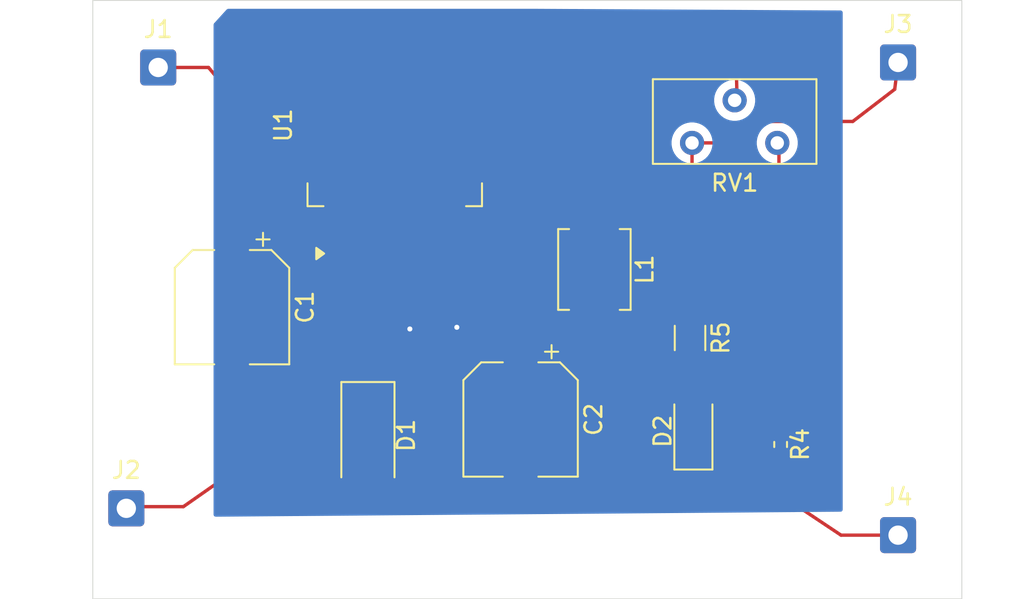
<source format=kicad_pcb>
(kicad_pcb (version 20241229) (generator "pcbnew") (generator_version "9.0")
  (layers (0 "F.Cu" signal) (2 "B.Cu" signal) (13 "F.Paste" user) (15 "B.Paste" user) (5 "F.SilkS" user "F.Silkscreen") (7 "B.SilkS" user "B.Silkscreen") (1 "F.Mask" user) (3 "B.Mask" user) (25 "Edge.Cuts" user))
  (net 0 "")
  (net 1 "GND")
  (net 2 "Vout")
  (net 3 "Net-(D1-K)")
  (net 4 "Net-(D2-A)")
  (net 5 "Net-(R4-Pad1)")
  (net 6 "Net-(U1-FB)")
  (net 7 "Net-(J1-Pin_1)")
  (footprint "Resistor_SMD:R_0402_1005Metric" (layer "F.Cu") (at 123.5 91.09 -90)
    (property "Reference" "R4" (at 0 -1.17 90) (layer "F.SilkS"))
    (property "Value" "1K21")
    (fp_line (start -0.153641 0.38) (end 0.153641 0.38) (stroke (width 0.12)) (layer "F.SilkS"))
    (fp_line (start -0.153641 -0.38) (end 0.153641 -0.38) (stroke (width 0.12)) (layer "F.SilkS"))
    (pad "1" smd roundrect (at -0.51 0 270) (size 0.54 0.64) (layers "F.Cu" "F.Mask" "F.Paste") (net 5 "Net-(R4-Pad1)"))
    (pad "2" smd roundrect (at 0.51 0 270) (size 0.54 0.64) (layers "F.Cu" "F.Mask" "F.Paste") (net 1 "GND"))
  )
  (footprint "LED_SMD:LED_1206_3216Metric" (layer "F.Cu") (at 118.3 90.3 90)
    (property "Reference" "D2" (at 0 -1.83 90) (layer "F.SilkS"))
    (property "Value" "LED")
    (fp_line (start 1.6 -1.135) (end -2.285 -1.135) (stroke (width 0.12)) (layer "F.SilkS"))
    (fp_line (start -2.285 -1.135) (end -2.285 1.135) (stroke (width 0.12)) (layer "F.SilkS"))
    (fp_line (start -2.285 1.135) (end 1.6 1.135) (stroke (width 0.12)) (layer "F.SilkS"))
    (pad "1" smd roundrect (at -1.4 0 90) (size 1.25 1.75) (layers "F.Cu" "F.Mask" "F.Paste") (roundrect_rratio 0.2) (net 1 "GND"))
    (pad "2" smd roundrect (at 1.4 0 90) (size 1.25 1.75) (layers "F.Cu" "F.Mask" "F.Paste") (roundrect_rratio 0.2) (net 4 "Net-(D2-A)"))
  )
  (footprint "Resistor_SMD:R_1206_3216Metric" (layer "F.Cu") (at 118.1 84.7375 -90)
    (property "Reference" "R5" (at 0 -1.83 90) (layer "F.SilkS"))
    (property "Value" "2K2")
    (fp_line (start -0.727064 0.91) (end 0.727064 0.91) (stroke (width 0.12)) (layer "F.SilkS"))
    (fp_line (start -0.727064 -0.91) (end 0.727064 -0.91) (stroke (width 0.12)) (layer "F.SilkS"))
    (pad "1" smd roundrect (at -1.4625 0 270) (size 1.125 1.75) (layers "F.Cu" "F.Mask" "F.Paste") (roundrect_rratio 0.222222) (net 2 "Vout"))
    (pad "2" smd roundrect (at 1.4625 0 270) (size 1.125 1.75) (layers "F.Cu" "F.Mask" "F.Paste") (roundrect_rratio 0.222222) (net 4 "Net-(D2-A)"))
  )
  (footprint "Potentiometer_THT:Potentiometer_Bourns_3296Y_Vertical" (layer "F.Cu") (at 118.22 73.1 180)
    (property "Reference" "RV1" (at -2.54 -2.39 0) (layer "F.SilkS"))
    (property "Value" "50K")
    (fp_line (start 2.335 3.8) (end -7.415 3.8) (stroke (width 0.12)) (layer "F.SilkS"))
    (fp_line (start 2.335 -1.25) (end 2.335 3.8) (stroke (width 0.12)) (layer "F.SilkS"))
    (fp_line (start -7.415 3.8) (end -7.415 -1.25) (stroke (width 0.12)) (layer "F.SilkS"))
    (fp_line (start -7.415 -1.25) (end 2.335 -1.25) (stroke (width 0.12)) (layer "F.SilkS"))
    (pad "1" thru_hole circle (at 0 0 180) (size 1.44 1.44) (drill 0.8) (layers "*.Cu" "*.Mask") (net 2 "Vout"))
    (pad "2" thru_hole circle (at -2.54 2.54 180) (size 1.44 1.44) (drill 0.8) (layers "*.Cu" "*.Mask") (net 6 "Net-(U1-FB)"))
    (pad "3" thru_hole circle (at -5.08 0 180) (size 1.44 1.44) (drill 0.8) (layers "*.Cu" "*.Mask") (net 5 "Net-(R4-Pad1)"))
  )
  (footprint "Capacitor_SMD:CP_Elec_6.3x5.3" (layer "F.Cu") (at 90.8 82.9 -90)
    (property "Reference" "C1" (at 0 -4.35 90) (layer "F.SilkS"))
    (property "Value" "100u/50V")
    (fp_line (start -2.345563 3.41) (end 3.41 3.41) (stroke (width 0.12)) (layer "F.SilkS"))
    (fp_line (start 3.41 3.41) (end 3.41 1.06) (stroke (width 0.12)) (layer "F.SilkS"))
    (fp_line (start -3.41 2.345563) (end -2.345563 3.41) (stroke (width 0.12)) (layer "F.SilkS"))
    (fp_line (start -3.41 2.345563) (end -3.41 1.06) (stroke (width 0.12)) (layer "F.SilkS"))
    (fp_line (start -4.4375 -1.8475) (end -3.65 -1.8475) (stroke (width 0.12)) (layer "F.SilkS"))
    (fp_line (start -4.04375 -2.24125) (end -4.04375 -1.45375) (stroke (width 0.12)) (layer "F.SilkS"))
    (fp_line (start -3.41 -2.345563) (end -3.41 -1.06) (stroke (width 0.12)) (layer "F.SilkS"))
    (fp_line (start -3.41 -2.345563) (end -2.345563 -3.41) (stroke (width 0.12)) (layer "F.SilkS"))
    (fp_line (start -2.345563 -3.41) (end 3.41 -3.41) (stroke (width 0.12)) (layer "F.SilkS"))
    (fp_line (start 3.41 -3.41) (end 3.41 -1.06) (stroke (width 0.12)) (layer "F.SilkS"))
    (pad "1" smd roundrect (at -2.8 0 270) (size 3.5 1.6) (layers "F.Cu" "F.Mask" "F.Paste") (roundrect_rratio 0.15625) (net 7 "Net-(J1-Pin_1)"))
    (pad "2" smd roundrect (at 2.8 0 270) (size 3.5 1.6) (layers "F.Cu" "F.Mask" "F.Paste") (roundrect_rratio 0.15625) (net 1 "GND"))
  )
  (footprint "Connector_Wire:SolderWire-0.5sqmm_1x01_D0.9mm_OD2.1mm" (layer "F.Cu") (at 130.5 96.5)
    (property "Reference" "J4" (at 0 -2.28 0) (layer "F.SilkS"))
    (property "Value" "Conn_01x01_Socket")
    (pad "1" thru_hole roundrect (at 0 0) (size 2.15 2.15) (drill 1.15) (layers "*.Cu" "*.Mask") (roundrect_rratio 0.116279) (net 1 "GND"))
  )
  (footprint "Diode_SMD:D_2010_5025Metric" (layer "F.Cu") (at 98.9 90.55 -90)
    (property "Reference" "D1" (at 0 -2.28 90) (layer "F.SilkS"))
    (property "Value" "1N5822")
    (fp_line (start -3.185 1.585) (end 2.5 1.585) (stroke (width 0.12)) (layer "F.SilkS"))
    (fp_line (start -3.185 -1.585) (end -3.185 1.585) (stroke (width 0.12)) (layer "F.SilkS"))
    (fp_line (start 2.5 -1.585) (end -3.185 -1.585) (stroke (width 0.12)) (layer "F.SilkS"))
    (pad "1" smd roundrect (at -2.25 0 270) (size 1.35 2.65) (layers "F.Cu" "F.Mask" "F.Paste") (roundrect_rratio 0.185185) (net 3 "Net-(D1-K)"))
    (pad "2" smd roundrect (at 2.25 0 270) (size 1.35 2.65) (layers "F.Cu" "F.Mask" "F.Paste") (roundrect_rratio 0.185185) (net 1 "GND"))
  )
  (footprint "Inductor_SMD:L_Chilisin_BMRA00040415" (layer "F.Cu") (at 112.4 80.65 -90)
    (property "Reference" "L1" (at 0 -3 90) (layer "F.SilkS"))
    (property "Value" "L_Small")
    (fp_line (start -2.41 2.16) (end -2.41 1.51) (stroke (width 0.12)) (layer "F.SilkS"))
    (fp_line (start 2.41 2.16) (end -2.41 2.16) (stroke (width 0.12)) (layer "F.SilkS"))
    (fp_line (start 2.41 1.51) (end 2.41 2.16) (stroke (width 0.12)) (layer "F.SilkS"))
    (fp_line (start -2.41 -1.51) (end -2.41 -2.16) (stroke (width 0.12)) (layer "F.SilkS"))
    (fp_line (start -2.41 -2.16) (end 2.41 -2.16) (stroke (width 0.12)) (layer "F.SilkS"))
    (fp_line (start 2.41 -2.16) (end 2.41 -1.51) (stroke (width 0.12)) (layer "F.SilkS"))
    (pad "1" smd roundrect (at -1.85 0 270) (size 1.5 2.5) (layers "F.Cu" "F.Mask" "F.Paste") (roundrect_rratio 0.166667) (net 3 "Net-(D1-K)"))
    (pad "2" smd roundrect (at 1.85 0 270) (size 1.5 2.5) (layers "F.Cu" "F.Mask" "F.Paste") (roundrect_rratio 0.166667) (net 2 "Vout"))
  )
  (footprint "Connector_Wire:SolderWire-0.5sqmm_1x01_D0.9mm_OD2.1mm" (layer "F.Cu") (at 86.4 68.6)
    (property "Reference" "J1" (at 0 -2.28 0) (layer "F.SilkS"))
    (property "Value" "Conn_01x01_Socket")
    (pad "1" thru_hole roundrect (at 0 0) (size 2.15 2.15) (drill 1.15) (layers "*.Cu" "*.Mask") (roundrect_rratio 0.116279) (net 7 "Net-(J1-Pin_1)"))
  )
  (footprint "Connector_Wire:SolderWire-0.5sqmm_1x01_D0.9mm_OD2.1mm" (layer "F.Cu") (at 130.5 68.3)
    (property "Reference" "J3" (at 0 -2.28 0) (layer "F.SilkS"))
    (property "Value" "Conn_01x01_Socket")
    (pad "1" thru_hole roundrect (at 0 0) (size 2.15 2.15) (drill 1.15) (layers "*.Cu" "*.Mask") (roundrect_rratio 0.116279) (net 2 "Vout"))
  )
  (footprint "Capacitor_SMD:CP_Elec_6.3x5.3" (layer "F.Cu") (at 108 89.6 -90)
    (property "Reference" "C2" (at 0 -4.35 90) (layer "F.SilkS"))
    (property "Value" "220u/35V")
    (fp_line (start -2.345563 3.41) (end 3.41 3.41) (stroke (width 0.12)) (layer "F.SilkS"))
    (fp_line (start 3.41 3.41) (end 3.41 1.06) (stroke (width 0.12)) (layer "F.SilkS"))
    (fp_line (start -3.41 2.345563) (end -2.345563 3.41) (stroke (width 0.12)) (layer "F.SilkS"))
    (fp_line (start -3.41 2.345563) (end -3.41 1.06) (stroke (width 0.12)) (layer "F.SilkS"))
    (fp_line (start -4.4375 -1.8475) (end -3.65 -1.8475) (stroke (width 0.12)) (layer "F.SilkS"))
    (fp_line (start -4.04375 -2.24125) (end -4.04375 -1.45375) (stroke (width 0.12)) (layer "F.SilkS"))
    (fp_line (start -3.41 -2.345563) (end -3.41 -1.06) (stroke (width 0.12)) (layer "F.SilkS"))
    (fp_line (start -3.41 -2.345563) (end -2.345563 -3.41) (stroke (width 0.12)) (layer "F.SilkS"))
    (fp_line (start -2.345563 -3.41) (end 3.41 -3.41) (stroke (width 0.12)) (layer "F.SilkS"))
    (fp_line (start 3.41 -3.41) (end 3.41 -1.06) (stroke (width 0.12)) (layer "F.SilkS"))
    (pad "1" smd roundrect (at -2.8 0 270) (size 3.5 1.6) (layers "F.Cu" "F.Mask" "F.Paste") (roundrect_rratio 0.15625) (net 2 "Vout"))
    (pad "2" smd roundrect (at 2.8 0 270) (size 3.5 1.6) (layers "F.Cu" "F.Mask" "F.Paste") (roundrect_rratio 0.15625) (net 1 "GND"))
  )
  (footprint "Package_TO_SOT_SMD:TO-263-5_TabPin3" (layer "F.Cu") (at 100.5 72.05 90)
    (property "Reference" "U1" (at 0 -6.65 90) (layer "F.SilkS"))
    (property "Value" "LM2596S-ADJ")
    (fp_line (start -3.46 -5.2) (end -4.825 -5.2) (stroke (width 0.12)) (layer "F.SilkS"))
    (fp_line (start -4.825 -5.2) (end -4.825 -4.25) (stroke (width 0.12)) (layer "F.SilkS"))
    (fp_line (start -3.46 5.2) (end -4.825 5.2) (stroke (width 0.12)) (layer "F.SilkS"))
    (fp_line (start -4.825 5.2) (end -4.825 4.25) (stroke (width 0.12)) (layer "F.SilkS"))
    (fp_poly (pts (xy -7.65 -4.21) (xy -7.99 -4.68) (xy -7.31 -4.68)) (stroke (width 0.12)) (fill yes) (layer "F.SilkS"))
    (pad "1" smd roundrect (at -7.65 -3.4 90) (size 4.6 1.1) (layers "F.Cu" "F.Mask" "F.Paste") (roundrect_rratio 0.227273) (net 7 "Net-(J1-Pin_1)"))
    (pad "2" smd roundrect (at -7.65 -1.7 90) (size 4.6 1.1) (layers "F.Cu" "F.Mask" "F.Paste") (roundrect_rratio 0.227273) (net 3 "Net-(D1-K)"))
    (pad "3" smd roundrect (at -7.65 0 90) (size 4.6 1.1) (layers "F.Cu" "F.Mask" "F.Paste") (roundrect_rratio 0.227273) (net 1 "GND"))
    (pad "3" smd roundrect (at 1.5 0 90) (size 9.4 10.8) (layers "F.Cu" "F.Mask") (roundrect_rratio 0.026596) (net 1 "GND"))
    (pad "4" smd roundrect (at -7.65 1.7 90) (size 4.6 1.1) (layers "F.Cu" "F.Mask" "F.Paste") (roundrect_rratio 0.227273) (net 6 "Net-(U1-FB)"))
    (pad "5" smd roundrect (at -7.65 3.4 90) (size 4.6 1.1) (layers "F.Cu" "F.Mask" "F.Paste") (roundrect_rratio 0.227273) (net 1 "GND"))
  )
  (footprint "Connector_Wire:SolderWire-0.5sqmm_1x01_D0.9mm_OD2.1mm" (layer "F.Cu") (at 84.5 94.9)
    (property "Reference" "J2" (at 0 -2.28 0) (layer "F.SilkS"))
    (property "Value" "Conn_01x01_Socket")
    (pad "1" thru_hole roundrect (at 0 0) (size 2.15 2.15) (drill 1.15) (layers "*.Cu" "*.Mask") (roundrect_rratio 0.116279) (net 1 "GND"))
  )
  (gr_line (start 108.9 75.9) (end 108.9 82.8) (stroke (width 0.2)) (layer "F.Cu") (net 3))
  (gr_line (start 107.3 84.3) (end 105.2 85.7) (stroke (width 0.2)) (layer "F.Cu") (net 3))
  (gr_line (start 120.4 73.1) (end 122.7 71.82) (stroke (width 0.2)) (layer "F.Cu") (net 2))
  (gr_line (start 119.8 65.6) (end 110.7 65.6) (stroke (width 0.2)) (layer "F.Cu") (net 6))
  (gr_line (start 118.22 73.1) (end 120.4 73.1) (stroke (width 0.2)) (layer "F.Cu") (net 2))
  (gr_line (start 120.9 92) (end 121.6 91.6) (stroke (width 0.2)) (layer "F.Cu") (net 1))
  (gr_line (start 107.9 71.4) (end 107.9 77.7) (stroke (width 0.2)) (layer "F.Cu") (net 6))
  (gr_line (start 123.4 90.5) (end 123.4 73.2) (stroke (width 0.2)) (layer "F.Cu") (net 5))
  (gr_line (start 118.2 92) (end 120.9 92) (stroke (width 0.2)) (layer "F.Cu") (net 1))
  (gr_line (start 108.9 82.8) (end 107.3 83.5) (stroke (width 0.2)) (layer "F.Cu") (net 3))
  (gr_line (start 100.6 83.8) (end 100.8 84.2) (stroke (width 0.2)) (layer "F.Cu") (net 1))
  (gr_line (start 106.4 83.8) (end 104.7 85.1) (stroke (width 0.2)) (layer "F.Cu") (net 6))
  (gr_line (start 123.4 91.6) (end 123.4 94.033333) (stroke (width 0.2)) (layer "F.Cu") (net 1))
  (gr_line (start 102.2 85.1) (end 104.7 85.1) (stroke (width 0.2)) (layer "F.Cu") (net 6))
  (gr_line (start 100.8 84.2) (end 101.4 84.2) (stroke (width 0.2)) (layer "F.Cu") (net 1))
  (gr_line (start 108 92.8) (end 115.3 92.8) (stroke (width 0.2)) (layer "F.Cu") (net 1))
  (gr_line (start 116.5 92) (end 118.2 92) (stroke (width 0.2)) (layer "F.Cu") (net 1))
  (gr_line (start 115.3 92.8) (end 116.5 92) (stroke (width 0.2)) (layer "F.Cu") (net 1))
  (gr_line (start 112.4 76.9) (end 111.2 75.8) (stroke (width 0.2)) (layer "F.Cu") (net 3))
  (gr_line (start 105.8 80) (end 105.8 81.9) (stroke (width 0.2)) (layer "F.Cu") (net 6))
  (gr_line (start 109.3 70.2) (end 107.9 71.4) (stroke (width 0.2)) (layer "F.Cu") (net 6))
  (gr_line (start 86.4 68.6) (end 89.4 68.6) (stroke (width 0.2)) (layer "F.Cu") (net 7))
  (gr_line (start 110.7 65.6) (end 109.3 66.4) (stroke (width 0.2)) (layer "F.Cu") (net 6))
  (gr_line (start 90.9 92.7) (end 87.9 94.8) (stroke (width 0.2)) (layer "F.Cu") (net 1))
  (gr_line (start 114.6 85.3) (end 113.7 85.9) (stroke (width 0.2)) (layer "F.Cu") (net 2))
  (gr_line (start 121.6 91.6) (end 123.4 91.6) (stroke (width 0.2)) (layer "F.Cu") (net 1))
  (gr_line (start 114.6 84) (end 114.6 85.3) (stroke (width 0.2)) (layer "F.Cu") (net 2))
  (gr_line (start 108.1 85.4) (end 108.1 84.6) (stroke (width 0.2)) (layer "F.Cu") (net 2))
  (gr_line (start 99 92.8) (end 90.9 92.7) (stroke (width 0.2)) (layer "F.Cu") (net 1))
  (gr_line (start 130.3 69.9) (end 130.5 68.3) (stroke (width 0.2)) (layer "F.Cu") (net 2))
  (gr_line (start 108.1 84.6) (end 108.6 84.2) (stroke (width 0.2)) (layer "F.Cu") (net 2))
  (gr_line (start 123.8 94.3) (end 123.4 94.033333) (stroke (width 0.2)) (layer "F.Cu") (net 1))
  (gr_line (start 102.2 81.8) (end 102.2 85.1) (stroke (width 0.2)) (layer "F.Cu") (net 6))
  (gr_line (start 130.5 96.5) (end 127.1 96.5) (stroke (width 0.2)) (layer "F.Cu") (net 1))
  (gr_line (start 127.1 96.5) (end 123.8 94.3) (stroke (width 0.2)) (layer "F.Cu") (net 1))
  (gr_line (start 100.6 81.4) (end 100.6 83.3) (stroke (width 0.2)) (layer "F.Cu") (net 1))
  (gr_line (start 118.22 83.3) (end 115.3 83.3) (stroke (width 0.2)) (layer "F.Cu") (net 2))
  (gr_line (start 90.8 85.8) (end 90.9 92.7) (stroke (width 0.2)) (layer "F.Cu") (net 1))
  (gr_line (start 103.9 81.5) (end 103.9 83.7) (stroke (width 0.2)) (layer "F.Cu") (net 1))
  (gr_line (start 105.8 81.9) (end 106.4 82.6) (stroke (width 0.2)) (layer "F.Cu") (net 6))
  (gr_line (start 90.4 69.8) (end 90.4 79.1) (stroke (width 0.2)) (layer "F.Cu") (net 7))
  (gr_line (start 106.4 82.6) (end 106.4 83.8) (stroke (width 0.2)) (layer "F.Cu") (net 6))
  (gr_line (start 115.3 83.3) (end 114.6 84) (stroke (width 0.2)) (layer "F.Cu") (net 2))
  (gr_line (start 100.6 83.3) (end 100.6 83.8) (stroke (width 0.2)) (layer "F.Cu") (net 1))
  (gr_line (start 120.9 70.3) (end 120.8 66.6) (stroke (width 0.2)) (layer "F.Cu") (net 6))
  (gr_line (start 109.3 66.4) (end 109.3 70.2) (stroke (width 0.2)) (layer "F.Cu") (net 6))
  (gr_line (start 94.4 80.1) (end 97.2 80.1) (stroke (width 0.2)) (layer "F.Cu") (net 7))
  (gr_line (start 112.4 78.3) (end 112.4 76.9) (stroke (width 0.2)) (layer "F.Cu") (net 3))
  (gr_line (start 118.22 73.1) (end 118.22 83.3) (stroke (width 0.2)) (layer "F.Cu") (net 2))
  (gr_line (start 111.2 75.8) (end 108.9 75.9) (stroke (width 0.2)) (layer "F.Cu") (net 3))
  (gr_line (start 105.2 85.7) (end 98.8 85.8) (stroke (width 0.2)) (layer "F.Cu") (net 3))
  (gr_line (start 90.4 80.1) (end 94.4 80.1) (stroke (width 0.2)) (layer "F.Cu") (net 7))
  (gr_line (start 118.1 88.7) (end 118.1 86.2) (stroke (width 0.2)) (layer "F.Cu") (net 4))
  (gr_line (start 99 92.8) (end 108 92.8) (stroke (width 0.2)) (layer "F.Cu") (net 1))
  (gr_line (start 112.5 85.9) (end 111.7 85.1) (stroke (width 0.2)) (layer "F.Cu") (net 2))
  (gr_line (start 108.6 84.2) (end 111.6 84.2) (stroke (width 0.2)) (layer "F.Cu") (net 2))
  (gr_line (start 120.8 66.6) (end 119.8 65.6) (stroke (width 0.2)) (layer "F.Cu") (net 6))
  (gr_line (start 103.9 83.7) (end 104.2 84.1) (stroke (width 0.2)) (layer "F.Cu") (net 1))
  (gr_line (start 127.8 71.82) (end 130.3 69.9) (stroke (width 0.2)) (layer "F.Cu") (net 2))
  (gr_line (start 113.7 85.9) (end 112.5 85.9) (stroke (width 0.2)) (layer "F.Cu") (net 2))
  (gr_line (start 111.7 85.1) (end 111.7 82.2) (stroke (width 0.2)) (layer "F.Cu") (net 2))
  (gr_line (start 107.3 83.5) (end 107.3 84.3) (stroke (width 0.2)) (layer "F.Cu") (net 3))
  (gr_line (start 87.9 94.8) (end 84.3 94.8) (stroke (width 0.2)) (layer "F.Cu") (net 1))
  (gr_line (start 107.9 77.7) (end 106.5 79.2) (stroke (width 0.2)) (layer "F.Cu") (net 6))
  (gr_line (start 106.5 79.2) (end 105.8 80) (stroke (width 0.2)) (layer "F.Cu") (net 6))
  (gr_line (start 98.8 87.9) (end 98.8 79.7) (stroke (width 0.2)) (layer "F.Cu") (net 3))
  (gr_line (start 122.7 71.82) (end 127.8 71.82) (stroke (width 0.2)) (layer "F.Cu") (net 2))
  (gr_line (start 89.4 68.6) (end 90.4 69.8) (stroke (width 0.2)) (layer "F.Cu") (net 7))
  (gr_rect (start 82.5 64.6) (end 134.3 100.3) (stroke (width 0.05)) (fill no) (layer "Edge.Cuts"))
  (via (at 101.4 84.2) (size 0.6) (drill 0.3) (layers "F.Cu" "B.Cu") (net 1))
  (via (at 104.2 84.1) (size 0.6) (drill 0.3) (layers "F.Cu" "B.Cu") (net 1))
  (zone (net 1) (net_name "GND") (layer "B.Cu") (connect_pads (clearance 0.5)) (min_thickness 0.25) (fill yes (thermal_gap 0.5) (thermal_bridge_width 0.5))
    (polygon (pts (xy 90.7 65) (xy 127.2 65.2) (xy 127.2 95.1) (xy 89.7 95.4) (xy 89.7 66) (xy 90.7 64.9)))
  )
)
</source>
